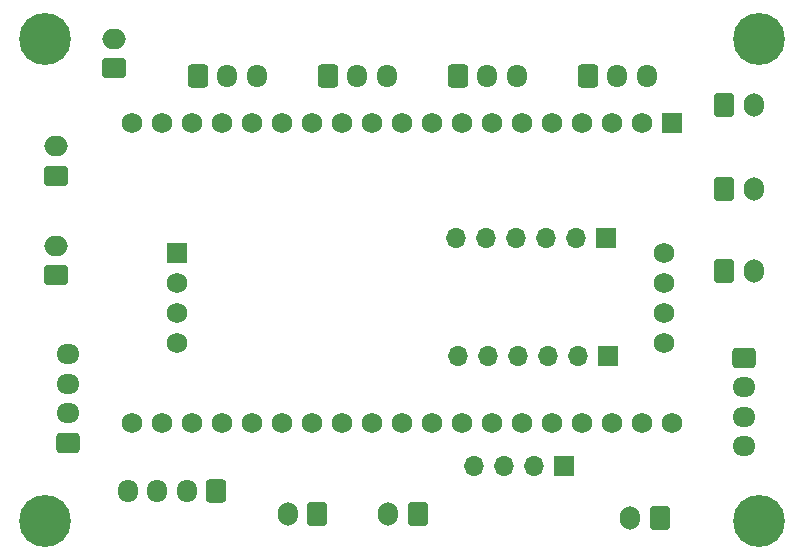
<source format=gts>
%TF.GenerationSoftware,KiCad,Pcbnew,8.0.4*%
%TF.CreationDate,2024-08-29T12:49:46+07:00*%
%TF.ProjectId,ESP32,45535033-322e-46b6-9963-61645f706362,rev?*%
%TF.SameCoordinates,Original*%
%TF.FileFunction,Soldermask,Top*%
%TF.FilePolarity,Negative*%
%FSLAX46Y46*%
G04 Gerber Fmt 4.6, Leading zero omitted, Abs format (unit mm)*
G04 Created by KiCad (PCBNEW 8.0.4) date 2024-08-29 12:49:46*
%MOMM*%
%LPD*%
G01*
G04 APERTURE LIST*
G04 Aperture macros list*
%AMRoundRect*
0 Rectangle with rounded corners*
0 $1 Rounding radius*
0 $2 $3 $4 $5 $6 $7 $8 $9 X,Y pos of 4 corners*
0 Add a 4 corners polygon primitive as box body*
4,1,4,$2,$3,$4,$5,$6,$7,$8,$9,$2,$3,0*
0 Add four circle primitives for the rounded corners*
1,1,$1+$1,$2,$3*
1,1,$1+$1,$4,$5*
1,1,$1+$1,$6,$7*
1,1,$1+$1,$8,$9*
0 Add four rect primitives between the rounded corners*
20,1,$1+$1,$2,$3,$4,$5,0*
20,1,$1+$1,$4,$5,$6,$7,0*
20,1,$1+$1,$6,$7,$8,$9,0*
20,1,$1+$1,$8,$9,$2,$3,0*%
G04 Aperture macros list end*
%ADD10R,1.700000X1.700000*%
%ADD11O,1.700000X1.700000*%
%ADD12RoundRect,0.250000X0.600000X0.750000X-0.600000X0.750000X-0.600000X-0.750000X0.600000X-0.750000X0*%
%ADD13O,1.700000X2.000000*%
%ADD14RoundRect,0.250000X-0.600000X-0.725000X0.600000X-0.725000X0.600000X0.725000X-0.600000X0.725000X0*%
%ADD15O,1.700000X1.950000*%
%ADD16RoundRect,0.250000X0.750000X-0.600000X0.750000X0.600000X-0.750000X0.600000X-0.750000X-0.600000X0*%
%ADD17O,2.000000X1.700000*%
%ADD18C,4.400000*%
%ADD19RoundRect,0.250000X-0.600000X-0.750000X0.600000X-0.750000X0.600000X0.750000X-0.600000X0.750000X0*%
%ADD20RoundRect,0.250000X-0.725000X0.600000X-0.725000X-0.600000X0.725000X-0.600000X0.725000X0.600000X0*%
%ADD21O,1.950000X1.700000*%
%ADD22RoundRect,0.102000X-0.765000X0.765000X-0.765000X-0.765000X0.765000X-0.765000X0.765000X0.765000X0*%
%ADD23C,1.734000*%
%ADD24RoundRect,0.250000X0.600000X0.725000X-0.600000X0.725000X-0.600000X-0.725000X0.600000X-0.725000X0*%
%ADD25RoundRect,0.250000X0.725000X-0.600000X0.725000X0.600000X-0.725000X0.600000X-0.725000X-0.600000X0*%
%ADD26RoundRect,0.102000X-0.765000X-0.765000X0.765000X-0.765000X0.765000X0.765000X-0.765000X0.765000X0*%
G04 APERTURE END LIST*
D10*
%TO.C,J7*%
X81000000Y-100500000D03*
D11*
X78460000Y-100500000D03*
X75920000Y-100500000D03*
X73380000Y-100500000D03*
%TD*%
D12*
%TO.C,J17*%
X68600000Y-104575000D03*
D13*
X66100000Y-104575000D03*
%TD*%
D14*
%TO.C,J2*%
X71975000Y-67482500D03*
D15*
X74475000Y-67482500D03*
X76975000Y-67482500D03*
%TD*%
D14*
%TO.C,J3*%
X60975000Y-67482500D03*
D15*
X63475000Y-67482500D03*
X65975000Y-67482500D03*
%TD*%
D16*
%TO.C,J13*%
X42900000Y-66857500D03*
D17*
X42900000Y-64357500D03*
%TD*%
D10*
%TO.C,J9*%
X84555000Y-81225000D03*
D11*
X82015000Y-81225000D03*
X79475000Y-81225000D03*
X76935000Y-81225000D03*
X74395000Y-81225000D03*
X71855000Y-81225000D03*
%TD*%
D18*
%TO.C,J21*%
X97525000Y-105150000D03*
%TD*%
D19*
%TO.C,J12*%
X94525000Y-84050000D03*
D13*
X97025000Y-84050000D03*
%TD*%
D18*
%TO.C,J23*%
X37050000Y-105150000D03*
%TD*%
D20*
%TO.C,J18*%
X96200000Y-91350000D03*
D21*
X96200000Y-93850000D03*
X96200000Y-96350000D03*
X96200000Y-98850000D03*
%TD*%
D12*
%TO.C,J20*%
X60100000Y-104575000D03*
D13*
X57600000Y-104575000D03*
%TD*%
D19*
%TO.C,J11*%
X94525000Y-77050000D03*
D13*
X97025000Y-77050000D03*
%TD*%
D14*
%TO.C,J4*%
X49975000Y-67507500D03*
D15*
X52475000Y-67507500D03*
X54975000Y-67507500D03*
%TD*%
D10*
%TO.C,J10*%
X84675000Y-91175000D03*
D11*
X82135000Y-91175000D03*
X79595000Y-91175000D03*
X77055000Y-91175000D03*
X74515000Y-91175000D03*
X71975000Y-91175000D03*
%TD*%
D19*
%TO.C,J8*%
X94525000Y-69975000D03*
D13*
X97025000Y-69975000D03*
%TD*%
D16*
%TO.C,J14*%
X38000000Y-75950000D03*
D17*
X38000000Y-73450000D03*
%TD*%
D12*
%TO.C,J16*%
X89075000Y-104900000D03*
D13*
X86575000Y-104900000D03*
%TD*%
D22*
%TO.C,U1*%
X90140000Y-71505000D03*
D23*
X87600000Y-71505000D03*
X85060000Y-71505000D03*
X82520000Y-71505000D03*
X79980000Y-71505000D03*
X77440000Y-71505000D03*
X74900000Y-71505000D03*
X72360000Y-71505000D03*
X69820000Y-71505000D03*
X67280000Y-71505000D03*
X64740000Y-71505000D03*
X62200000Y-71505000D03*
X59660000Y-71505000D03*
X57120000Y-71505000D03*
X54580000Y-71505000D03*
X52040000Y-71505000D03*
X49500000Y-71505000D03*
X46960000Y-71505000D03*
X44420000Y-71505000D03*
X44420000Y-96905000D03*
X46960000Y-96905000D03*
X49500000Y-96905000D03*
X52040000Y-96905000D03*
X54580000Y-96905000D03*
X57120000Y-96905000D03*
X59660000Y-96905000D03*
X62200000Y-96905000D03*
X64740000Y-96905000D03*
X67280000Y-96905000D03*
X69820000Y-96905000D03*
X72360000Y-96905000D03*
X74900000Y-96905000D03*
X77440000Y-96905000D03*
X79980000Y-96905000D03*
X82520000Y-96905000D03*
X85060000Y-96905000D03*
X87600000Y-96905000D03*
X90140000Y-96905000D03*
%TD*%
D24*
%TO.C,J5*%
X51525000Y-102642500D03*
D15*
X49025000Y-102642500D03*
X46525000Y-102642500D03*
X44025000Y-102642500D03*
%TD*%
D25*
%TO.C,J6*%
X39007500Y-98550000D03*
D21*
X39007500Y-96050000D03*
X39007500Y-93550000D03*
X39007500Y-91050000D03*
%TD*%
D16*
%TO.C,J15*%
X38000000Y-84375000D03*
D17*
X38000000Y-81875000D03*
%TD*%
D26*
%TO.C,ESP32*%
X48203500Y-82490000D03*
D23*
X48203500Y-85030000D03*
X48203500Y-87570000D03*
X48203500Y-90110000D03*
X89423500Y-90110000D03*
X89423500Y-87570000D03*
X89423500Y-85030000D03*
X89423500Y-82490000D03*
%TD*%
D14*
%TO.C,J1*%
X82975000Y-67482500D03*
D15*
X85475000Y-67482500D03*
X87975000Y-67482500D03*
%TD*%
D18*
%TO.C,J19*%
X97475000Y-64375000D03*
%TD*%
%TO.C,J22*%
X37050000Y-64350000D03*
%TD*%
M02*

</source>
